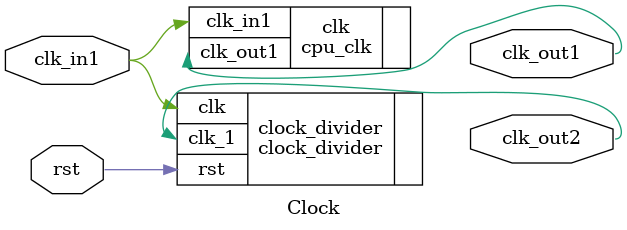
<source format=v>
`timescale 1ns / 1ps

module Clock(
    input clk_in1,  // fpga clk
    input rst,      // fpga rst
    output clk_out1, //single cycle cpu clk
    output clk_out2 // data output clk
    );
    
    cpu_clk clk(
        .clk_in1(clk_in1),
        .clk_out1(clk_out1)
    );
    
    clock_divider clock_divider (
        .clk(clk_in1),
        .rst(rst),
        .clk_1(clk_out2)
    );
    
endmodule

</source>
